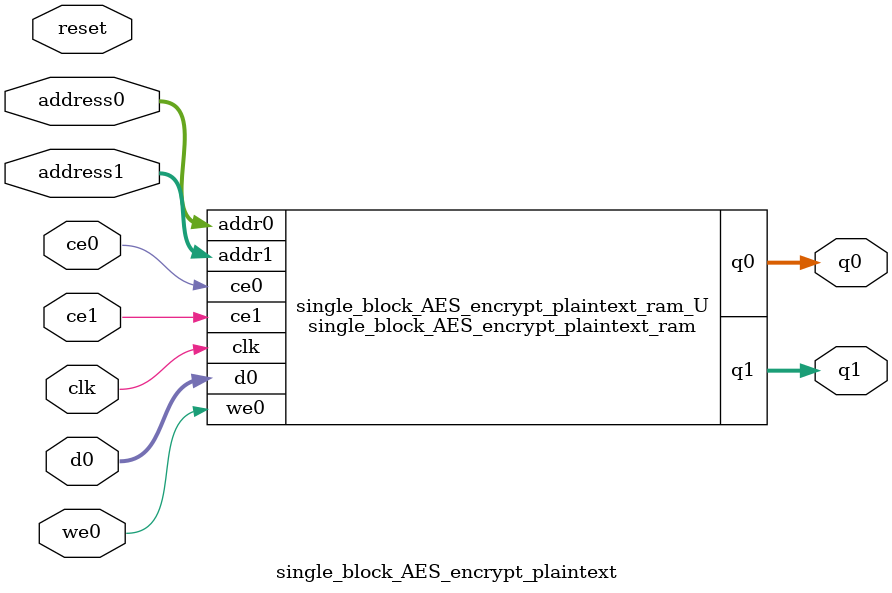
<source format=v>

`timescale 1 ns / 1 ps
module single_block_AES_encrypt_plaintext_ram (addr0, ce0, d0, we0, q0, addr1, ce1, q1,  clk);

parameter DWIDTH = 8;
parameter AWIDTH = 4;
parameter MEM_SIZE = 16;

input[AWIDTH-1:0] addr0;
input ce0;
input[DWIDTH-1:0] d0;
input we0;
output reg[DWIDTH-1:0] q0;
input[AWIDTH-1:0] addr1;
input ce1;
output reg[DWIDTH-1:0] q1;
input clk;

(* ram_style = "distributed" *)reg [DWIDTH-1:0] ram[MEM_SIZE-1:0];




always @(posedge clk)  
begin 
    if (ce0) 
    begin
        if (we0) 
        begin 
            ram[addr0] <= d0; 
            q0 <= d0;
        end 
        else 
            q0 <= ram[addr0];
    end
end


always @(posedge clk)  
begin 
    if (ce1) 
    begin
            q1 <= ram[addr1];
    end
end


endmodule


`timescale 1 ns / 1 ps
module single_block_AES_encrypt_plaintext(
    reset,
    clk,
    address0,
    ce0,
    we0,
    d0,
    q0,
    address1,
    ce1,
    q1);

parameter DataWidth = 32'd8;
parameter AddressRange = 32'd16;
parameter AddressWidth = 32'd4;
input reset;
input clk;
input[AddressWidth - 1:0] address0;
input ce0;
input we0;
input[DataWidth - 1:0] d0;
output[DataWidth - 1:0] q0;
input[AddressWidth - 1:0] address1;
input ce1;
output[DataWidth - 1:0] q1;



single_block_AES_encrypt_plaintext_ram single_block_AES_encrypt_plaintext_ram_U(
    .clk( clk ),
    .addr0( address0 ),
    .ce0( ce0 ),
    .d0( d0 ),
    .we0( we0 ),
    .q0( q0 ),
    .addr1( address1 ),
    .ce1( ce1 ),
    .q1( q1 ));

endmodule


</source>
